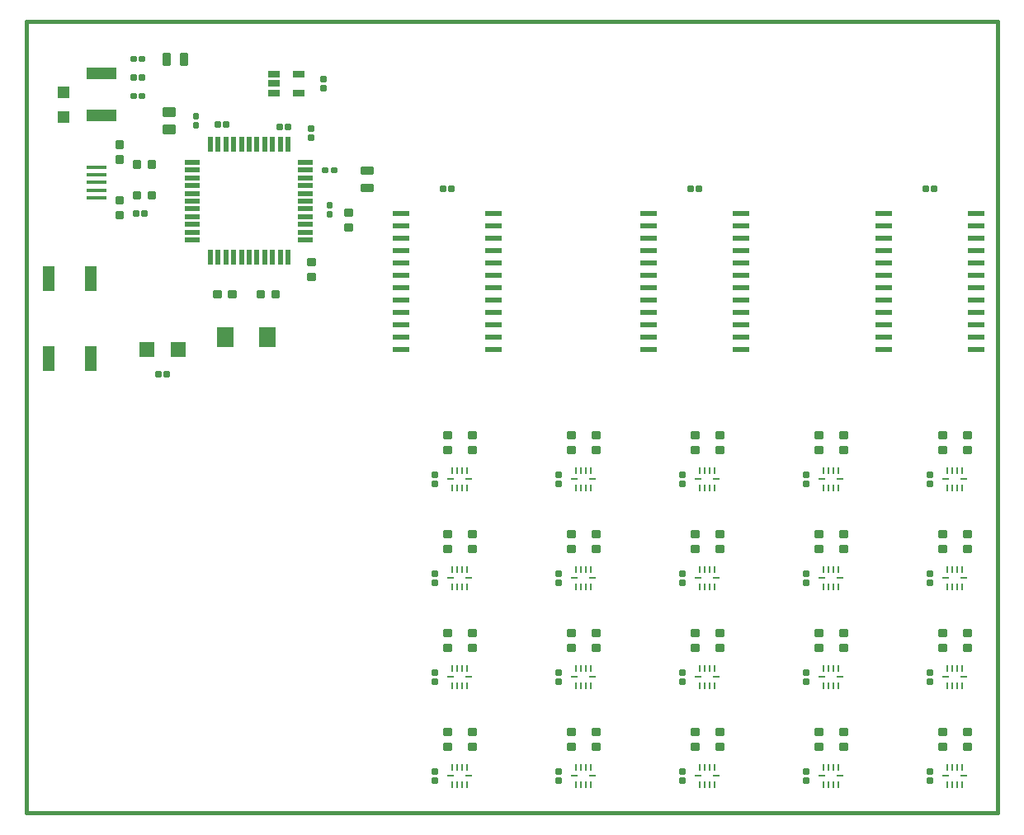
<source format=gtp>
G75*
%MOIN*%
%OFA0B0*%
%FSLAX25Y25*%
%IPPOS*%
%LPD*%
%AMOC8*
5,1,8,0,0,1.08239X$1,22.5*
%
%ADD10C,0.01600*%
%ADD11C,0.01250*%
%ADD12C,0.00875*%
%ADD13R,0.05000X0.05000*%
%ADD14R,0.05906X0.05906*%
%ADD15R,0.12000X0.05000*%
%ADD16R,0.05906X0.01969*%
%ADD17R,0.01969X0.05906*%
%ADD18R,0.04724X0.02717*%
%ADD19C,0.01000*%
%ADD20R,0.05000X0.10000*%
%ADD21R,0.07000X0.08000*%
%ADD22R,0.00984X0.02953*%
%ADD23R,0.02953X0.00984*%
%ADD24R,0.07100X0.02100*%
%ADD25R,0.08000X0.01600*%
D10*
X0030744Y0008834D02*
X0030744Y0328834D01*
X0423244Y0328834D01*
X0423244Y0008834D01*
X0030744Y0008834D01*
D11*
X0195119Y0021459D02*
X0195119Y0022709D01*
X0196369Y0022709D01*
X0196369Y0021459D01*
X0195119Y0021459D01*
X0195119Y0022708D02*
X0196369Y0022708D01*
X0195119Y0024959D02*
X0195119Y0026209D01*
X0196369Y0026209D01*
X0196369Y0024959D01*
X0195119Y0024959D01*
X0195119Y0026208D02*
X0196369Y0026208D01*
X0245119Y0026209D02*
X0245119Y0024959D01*
X0245119Y0026209D02*
X0246369Y0026209D01*
X0246369Y0024959D01*
X0245119Y0024959D01*
X0245119Y0026208D02*
X0246369Y0026208D01*
X0245119Y0022709D02*
X0245119Y0021459D01*
X0245119Y0022709D02*
X0246369Y0022709D01*
X0246369Y0021459D01*
X0245119Y0021459D01*
X0245119Y0022708D02*
X0246369Y0022708D01*
X0295119Y0022709D02*
X0295119Y0021459D01*
X0295119Y0022709D02*
X0296369Y0022709D01*
X0296369Y0021459D01*
X0295119Y0021459D01*
X0295119Y0022708D02*
X0296369Y0022708D01*
X0295119Y0024959D02*
X0295119Y0026209D01*
X0296369Y0026209D01*
X0296369Y0024959D01*
X0295119Y0024959D01*
X0295119Y0026208D02*
X0296369Y0026208D01*
X0345119Y0026209D02*
X0345119Y0024959D01*
X0345119Y0026209D02*
X0346369Y0026209D01*
X0346369Y0024959D01*
X0345119Y0024959D01*
X0345119Y0026208D02*
X0346369Y0026208D01*
X0345119Y0022709D02*
X0345119Y0021459D01*
X0345119Y0022709D02*
X0346369Y0022709D01*
X0346369Y0021459D01*
X0345119Y0021459D01*
X0345119Y0022708D02*
X0346369Y0022708D01*
X0395119Y0022709D02*
X0395119Y0021459D01*
X0395119Y0022709D02*
X0396369Y0022709D01*
X0396369Y0021459D01*
X0395119Y0021459D01*
X0395119Y0022708D02*
X0396369Y0022708D01*
X0395119Y0024959D02*
X0395119Y0026209D01*
X0396369Y0026209D01*
X0396369Y0024959D01*
X0395119Y0024959D01*
X0395119Y0026208D02*
X0396369Y0026208D01*
X0395119Y0061459D02*
X0395119Y0062709D01*
X0396369Y0062709D01*
X0396369Y0061459D01*
X0395119Y0061459D01*
X0395119Y0062708D02*
X0396369Y0062708D01*
X0395119Y0064959D02*
X0395119Y0066209D01*
X0396369Y0066209D01*
X0396369Y0064959D01*
X0395119Y0064959D01*
X0395119Y0066208D02*
X0396369Y0066208D01*
X0395119Y0101459D02*
X0395119Y0102709D01*
X0396369Y0102709D01*
X0396369Y0101459D01*
X0395119Y0101459D01*
X0395119Y0102708D02*
X0396369Y0102708D01*
X0395119Y0104959D02*
X0395119Y0106209D01*
X0396369Y0106209D01*
X0396369Y0104959D01*
X0395119Y0104959D01*
X0395119Y0106208D02*
X0396369Y0106208D01*
X0395119Y0141459D02*
X0395119Y0142709D01*
X0396369Y0142709D01*
X0396369Y0141459D01*
X0395119Y0141459D01*
X0395119Y0142708D02*
X0396369Y0142708D01*
X0395119Y0144959D02*
X0395119Y0146209D01*
X0396369Y0146209D01*
X0396369Y0144959D01*
X0395119Y0144959D01*
X0395119Y0146208D02*
X0396369Y0146208D01*
X0345119Y0146209D02*
X0345119Y0144959D01*
X0345119Y0146209D02*
X0346369Y0146209D01*
X0346369Y0144959D01*
X0345119Y0144959D01*
X0345119Y0146208D02*
X0346369Y0146208D01*
X0345119Y0142709D02*
X0345119Y0141459D01*
X0345119Y0142709D02*
X0346369Y0142709D01*
X0346369Y0141459D01*
X0345119Y0141459D01*
X0345119Y0142708D02*
X0346369Y0142708D01*
X0295119Y0142709D02*
X0295119Y0141459D01*
X0295119Y0142709D02*
X0296369Y0142709D01*
X0296369Y0141459D01*
X0295119Y0141459D01*
X0295119Y0142708D02*
X0296369Y0142708D01*
X0295119Y0144959D02*
X0295119Y0146209D01*
X0296369Y0146209D01*
X0296369Y0144959D01*
X0295119Y0144959D01*
X0295119Y0146208D02*
X0296369Y0146208D01*
X0245119Y0146209D02*
X0245119Y0144959D01*
X0245119Y0146209D02*
X0246369Y0146209D01*
X0246369Y0144959D01*
X0245119Y0144959D01*
X0245119Y0146208D02*
X0246369Y0146208D01*
X0245119Y0142709D02*
X0245119Y0141459D01*
X0245119Y0142709D02*
X0246369Y0142709D01*
X0246369Y0141459D01*
X0245119Y0141459D01*
X0245119Y0142708D02*
X0246369Y0142708D01*
X0195119Y0142709D02*
X0195119Y0141459D01*
X0195119Y0142709D02*
X0196369Y0142709D01*
X0196369Y0141459D01*
X0195119Y0141459D01*
X0195119Y0142708D02*
X0196369Y0142708D01*
X0195119Y0144959D02*
X0195119Y0146209D01*
X0196369Y0146209D01*
X0196369Y0144959D01*
X0195119Y0144959D01*
X0195119Y0146208D02*
X0196369Y0146208D01*
X0195119Y0106209D02*
X0195119Y0104959D01*
X0195119Y0106209D02*
X0196369Y0106209D01*
X0196369Y0104959D01*
X0195119Y0104959D01*
X0195119Y0106208D02*
X0196369Y0106208D01*
X0195119Y0102709D02*
X0195119Y0101459D01*
X0195119Y0102709D02*
X0196369Y0102709D01*
X0196369Y0101459D01*
X0195119Y0101459D01*
X0195119Y0102708D02*
X0196369Y0102708D01*
X0245119Y0102709D02*
X0245119Y0101459D01*
X0245119Y0102709D02*
X0246369Y0102709D01*
X0246369Y0101459D01*
X0245119Y0101459D01*
X0245119Y0102708D02*
X0246369Y0102708D01*
X0245119Y0104959D02*
X0245119Y0106209D01*
X0246369Y0106209D01*
X0246369Y0104959D01*
X0245119Y0104959D01*
X0245119Y0106208D02*
X0246369Y0106208D01*
X0295119Y0106209D02*
X0295119Y0104959D01*
X0295119Y0106209D02*
X0296369Y0106209D01*
X0296369Y0104959D01*
X0295119Y0104959D01*
X0295119Y0106208D02*
X0296369Y0106208D01*
X0295119Y0102709D02*
X0295119Y0101459D01*
X0295119Y0102709D02*
X0296369Y0102709D01*
X0296369Y0101459D01*
X0295119Y0101459D01*
X0295119Y0102708D02*
X0296369Y0102708D01*
X0345119Y0102709D02*
X0345119Y0101459D01*
X0345119Y0102709D02*
X0346369Y0102709D01*
X0346369Y0101459D01*
X0345119Y0101459D01*
X0345119Y0102708D02*
X0346369Y0102708D01*
X0345119Y0104959D02*
X0345119Y0106209D01*
X0346369Y0106209D01*
X0346369Y0104959D01*
X0345119Y0104959D01*
X0345119Y0106208D02*
X0346369Y0106208D01*
X0345119Y0066209D02*
X0345119Y0064959D01*
X0345119Y0066209D02*
X0346369Y0066209D01*
X0346369Y0064959D01*
X0345119Y0064959D01*
X0345119Y0066208D02*
X0346369Y0066208D01*
X0345119Y0062709D02*
X0345119Y0061459D01*
X0345119Y0062709D02*
X0346369Y0062709D01*
X0346369Y0061459D01*
X0345119Y0061459D01*
X0345119Y0062708D02*
X0346369Y0062708D01*
X0295119Y0062709D02*
X0295119Y0061459D01*
X0295119Y0062709D02*
X0296369Y0062709D01*
X0296369Y0061459D01*
X0295119Y0061459D01*
X0295119Y0062708D02*
X0296369Y0062708D01*
X0295119Y0064959D02*
X0295119Y0066209D01*
X0296369Y0066209D01*
X0296369Y0064959D01*
X0295119Y0064959D01*
X0295119Y0066208D02*
X0296369Y0066208D01*
X0245119Y0066209D02*
X0245119Y0064959D01*
X0245119Y0066209D02*
X0246369Y0066209D01*
X0246369Y0064959D01*
X0245119Y0064959D01*
X0245119Y0066208D02*
X0246369Y0066208D01*
X0245119Y0062709D02*
X0245119Y0061459D01*
X0245119Y0062709D02*
X0246369Y0062709D01*
X0246369Y0061459D01*
X0245119Y0061459D01*
X0245119Y0062708D02*
X0246369Y0062708D01*
X0195119Y0062709D02*
X0195119Y0061459D01*
X0195119Y0062709D02*
X0196369Y0062709D01*
X0196369Y0061459D01*
X0195119Y0061459D01*
X0195119Y0062708D02*
X0196369Y0062708D01*
X0195119Y0064959D02*
X0195119Y0066209D01*
X0196369Y0066209D01*
X0196369Y0064959D01*
X0195119Y0064959D01*
X0195119Y0066208D02*
X0196369Y0066208D01*
X0088119Y0185709D02*
X0086869Y0185709D01*
X0086869Y0186959D01*
X0088119Y0186959D01*
X0088119Y0185709D01*
X0088119Y0186958D02*
X0086869Y0186958D01*
X0084619Y0185709D02*
X0083369Y0185709D01*
X0083369Y0186959D01*
X0084619Y0186959D01*
X0084619Y0185709D01*
X0084619Y0186958D02*
X0083369Y0186958D01*
X0153869Y0250459D02*
X0153869Y0251709D01*
X0153869Y0250459D02*
X0152619Y0250459D01*
X0152619Y0251709D01*
X0153869Y0251709D01*
X0153869Y0251708D02*
X0152619Y0251708D01*
X0153869Y0253959D02*
X0153869Y0255209D01*
X0153869Y0253959D02*
X0152619Y0253959D01*
X0152619Y0255209D01*
X0153869Y0255209D01*
X0153869Y0255208D02*
X0152619Y0255208D01*
X0152119Y0268209D02*
X0150869Y0268209D01*
X0150869Y0269459D01*
X0152119Y0269459D01*
X0152119Y0268209D01*
X0152119Y0269458D02*
X0150869Y0269458D01*
X0154369Y0268209D02*
X0155619Y0268209D01*
X0154369Y0268209D02*
X0154369Y0269459D01*
X0155619Y0269459D01*
X0155619Y0268209D01*
X0155619Y0269458D02*
X0154369Y0269458D01*
X0145119Y0281459D02*
X0145119Y0282709D01*
X0146369Y0282709D01*
X0146369Y0281459D01*
X0145119Y0281459D01*
X0145119Y0282708D02*
X0146369Y0282708D01*
X0145119Y0284959D02*
X0145119Y0286209D01*
X0146369Y0286209D01*
X0146369Y0284959D01*
X0145119Y0284959D01*
X0145119Y0286208D02*
X0146369Y0286208D01*
X0137119Y0286959D02*
X0135869Y0286959D01*
X0137119Y0286959D02*
X0137119Y0285709D01*
X0135869Y0285709D01*
X0135869Y0286959D01*
X0135869Y0286958D02*
X0137119Y0286958D01*
X0133619Y0286959D02*
X0132369Y0286959D01*
X0133619Y0286959D02*
X0133619Y0285709D01*
X0132369Y0285709D01*
X0132369Y0286959D01*
X0132369Y0286958D02*
X0133619Y0286958D01*
X0112119Y0287959D02*
X0110869Y0287959D01*
X0112119Y0287959D02*
X0112119Y0286709D01*
X0110869Y0286709D01*
X0110869Y0287959D01*
X0110869Y0287958D02*
X0112119Y0287958D01*
X0108619Y0287959D02*
X0107369Y0287959D01*
X0108619Y0287959D02*
X0108619Y0286709D01*
X0107369Y0286709D01*
X0107369Y0287959D01*
X0107369Y0287958D02*
X0108619Y0287958D01*
X0099869Y0287709D02*
X0099869Y0286459D01*
X0098619Y0286459D01*
X0098619Y0287709D01*
X0099869Y0287709D01*
X0099869Y0287708D02*
X0098619Y0287708D01*
X0099869Y0289959D02*
X0099869Y0291209D01*
X0099869Y0289959D02*
X0098619Y0289959D01*
X0098619Y0291209D01*
X0099869Y0291209D01*
X0099869Y0291208D02*
X0098619Y0291208D01*
X0078119Y0298209D02*
X0076869Y0298209D01*
X0076869Y0299459D01*
X0078119Y0299459D01*
X0078119Y0298209D01*
X0078119Y0299458D02*
X0076869Y0299458D01*
X0074619Y0298209D02*
X0073369Y0298209D01*
X0073369Y0299459D01*
X0074619Y0299459D01*
X0074619Y0298209D01*
X0074619Y0299458D02*
X0073369Y0299458D01*
X0073369Y0306959D02*
X0074619Y0306959D01*
X0074619Y0305709D01*
X0073369Y0305709D01*
X0073369Y0306959D01*
X0073369Y0306958D02*
X0074619Y0306958D01*
X0076869Y0306959D02*
X0078119Y0306959D01*
X0078119Y0305709D01*
X0076869Y0305709D01*
X0076869Y0306959D01*
X0076869Y0306958D02*
X0078119Y0306958D01*
X0078119Y0313209D02*
X0076869Y0313209D01*
X0076869Y0314459D01*
X0078119Y0314459D01*
X0078119Y0313209D01*
X0078119Y0314458D02*
X0076869Y0314458D01*
X0074619Y0313209D02*
X0073369Y0313209D01*
X0073369Y0314459D01*
X0074619Y0314459D01*
X0074619Y0313209D01*
X0074619Y0314458D02*
X0073369Y0314458D01*
X0150119Y0306209D02*
X0150119Y0304959D01*
X0150119Y0306209D02*
X0151369Y0306209D01*
X0151369Y0304959D01*
X0150119Y0304959D01*
X0150119Y0306208D02*
X0151369Y0306208D01*
X0150119Y0302709D02*
X0150119Y0301459D01*
X0150119Y0302709D02*
X0151369Y0302709D01*
X0151369Y0301459D01*
X0150119Y0301459D01*
X0150119Y0302708D02*
X0151369Y0302708D01*
X0198369Y0260709D02*
X0199619Y0260709D01*
X0198369Y0260709D02*
X0198369Y0261959D01*
X0199619Y0261959D01*
X0199619Y0260709D01*
X0199619Y0261958D02*
X0198369Y0261958D01*
X0201869Y0260709D02*
X0203119Y0260709D01*
X0201869Y0260709D02*
X0201869Y0261959D01*
X0203119Y0261959D01*
X0203119Y0260709D01*
X0203119Y0261958D02*
X0201869Y0261958D01*
X0298369Y0260709D02*
X0299619Y0260709D01*
X0298369Y0260709D02*
X0298369Y0261959D01*
X0299619Y0261959D01*
X0299619Y0260709D01*
X0299619Y0261958D02*
X0298369Y0261958D01*
X0301869Y0260709D02*
X0303119Y0260709D01*
X0301869Y0260709D02*
X0301869Y0261959D01*
X0303119Y0261959D01*
X0303119Y0260709D01*
X0303119Y0261958D02*
X0301869Y0261958D01*
X0393369Y0260709D02*
X0394619Y0260709D01*
X0393369Y0260709D02*
X0393369Y0261959D01*
X0394619Y0261959D01*
X0394619Y0260709D01*
X0394619Y0261958D02*
X0393369Y0261958D01*
X0396869Y0260709D02*
X0398119Y0260709D01*
X0396869Y0260709D02*
X0396869Y0261959D01*
X0398119Y0261959D01*
X0398119Y0260709D01*
X0398119Y0261958D02*
X0396869Y0261958D01*
X0079119Y0251959D02*
X0077869Y0251959D01*
X0079119Y0251959D02*
X0079119Y0250709D01*
X0077869Y0250709D01*
X0077869Y0251959D01*
X0077869Y0251958D02*
X0079119Y0251958D01*
X0075619Y0251959D02*
X0074369Y0251959D01*
X0075619Y0251959D02*
X0075619Y0250709D01*
X0074369Y0250709D01*
X0074369Y0251959D01*
X0074369Y0251958D02*
X0075619Y0251958D01*
D12*
X0066931Y0252147D02*
X0066931Y0249521D01*
X0066931Y0252147D02*
X0069557Y0252147D01*
X0069557Y0249521D01*
X0066931Y0249521D01*
X0066931Y0250395D02*
X0069557Y0250395D01*
X0069557Y0251269D02*
X0066931Y0251269D01*
X0066931Y0252143D02*
X0069557Y0252143D01*
X0066931Y0255521D02*
X0066931Y0258147D01*
X0069557Y0258147D01*
X0069557Y0255521D01*
X0066931Y0255521D01*
X0066931Y0256395D02*
X0069557Y0256395D01*
X0069557Y0257269D02*
X0066931Y0257269D01*
X0066931Y0258143D02*
X0069557Y0258143D01*
X0073931Y0257521D02*
X0076557Y0257521D01*
X0073931Y0257521D02*
X0073931Y0260147D01*
X0076557Y0260147D01*
X0076557Y0257521D01*
X0076557Y0258395D02*
X0073931Y0258395D01*
X0073931Y0259269D02*
X0076557Y0259269D01*
X0076557Y0260143D02*
X0073931Y0260143D01*
X0079931Y0257521D02*
X0082557Y0257521D01*
X0079931Y0257521D02*
X0079931Y0260147D01*
X0082557Y0260147D01*
X0082557Y0257521D01*
X0082557Y0258395D02*
X0079931Y0258395D01*
X0079931Y0259269D02*
X0082557Y0259269D01*
X0082557Y0260143D02*
X0079931Y0260143D01*
X0079931Y0270021D02*
X0082557Y0270021D01*
X0079931Y0270021D02*
X0079931Y0272647D01*
X0082557Y0272647D01*
X0082557Y0270021D01*
X0082557Y0270895D02*
X0079931Y0270895D01*
X0079931Y0271769D02*
X0082557Y0271769D01*
X0082557Y0272643D02*
X0079931Y0272643D01*
X0076557Y0270021D02*
X0073931Y0270021D01*
X0073931Y0272647D01*
X0076557Y0272647D01*
X0076557Y0270021D01*
X0076557Y0270895D02*
X0073931Y0270895D01*
X0073931Y0271769D02*
X0076557Y0271769D01*
X0076557Y0272643D02*
X0073931Y0272643D01*
X0069557Y0272021D02*
X0069557Y0274647D01*
X0069557Y0272021D02*
X0066931Y0272021D01*
X0066931Y0274647D01*
X0069557Y0274647D01*
X0069557Y0272895D02*
X0066931Y0272895D01*
X0066931Y0273769D02*
X0069557Y0273769D01*
X0069557Y0274643D02*
X0066931Y0274643D01*
X0069557Y0278021D02*
X0069557Y0280647D01*
X0069557Y0278021D02*
X0066931Y0278021D01*
X0066931Y0280647D01*
X0069557Y0280647D01*
X0069557Y0278895D02*
X0066931Y0278895D01*
X0066931Y0279769D02*
X0069557Y0279769D01*
X0069557Y0280643D02*
X0066931Y0280643D01*
X0085931Y0311771D02*
X0088557Y0311771D01*
X0085931Y0311771D02*
X0085931Y0315897D01*
X0088557Y0315897D01*
X0088557Y0311771D01*
X0088557Y0312645D02*
X0085931Y0312645D01*
X0085931Y0313519D02*
X0088557Y0313519D01*
X0088557Y0314393D02*
X0085931Y0314393D01*
X0085931Y0315267D02*
X0088557Y0315267D01*
X0092931Y0311771D02*
X0095557Y0311771D01*
X0092931Y0311771D02*
X0092931Y0315897D01*
X0095557Y0315897D01*
X0095557Y0311771D01*
X0095557Y0312645D02*
X0092931Y0312645D01*
X0092931Y0313519D02*
X0095557Y0313519D01*
X0095557Y0314393D02*
X0092931Y0314393D01*
X0092931Y0315267D02*
X0095557Y0315267D01*
X0166181Y0270147D02*
X0166181Y0267521D01*
X0166181Y0270147D02*
X0170307Y0270147D01*
X0170307Y0267521D01*
X0166181Y0267521D01*
X0166181Y0268395D02*
X0170307Y0268395D01*
X0170307Y0269269D02*
X0166181Y0269269D01*
X0166181Y0270143D02*
X0170307Y0270143D01*
X0166181Y0263147D02*
X0166181Y0260521D01*
X0166181Y0263147D02*
X0170307Y0263147D01*
X0170307Y0260521D01*
X0166181Y0260521D01*
X0166181Y0261395D02*
X0170307Y0261395D01*
X0170307Y0262269D02*
X0166181Y0262269D01*
X0166181Y0263143D02*
X0170307Y0263143D01*
X0162057Y0253147D02*
X0162057Y0250521D01*
X0159431Y0250521D01*
X0159431Y0253147D01*
X0162057Y0253147D01*
X0162057Y0251395D02*
X0159431Y0251395D01*
X0159431Y0252269D02*
X0162057Y0252269D01*
X0162057Y0253143D02*
X0159431Y0253143D01*
X0162057Y0247147D02*
X0162057Y0244521D01*
X0159431Y0244521D01*
X0159431Y0247147D01*
X0162057Y0247147D01*
X0162057Y0245395D02*
X0159431Y0245395D01*
X0159431Y0246269D02*
X0162057Y0246269D01*
X0162057Y0247143D02*
X0159431Y0247143D01*
X0147057Y0233147D02*
X0147057Y0230521D01*
X0144431Y0230521D01*
X0144431Y0233147D01*
X0147057Y0233147D01*
X0147057Y0231395D02*
X0144431Y0231395D01*
X0144431Y0232269D02*
X0147057Y0232269D01*
X0147057Y0233143D02*
X0144431Y0233143D01*
X0147057Y0227147D02*
X0147057Y0224521D01*
X0144431Y0224521D01*
X0144431Y0227147D01*
X0147057Y0227147D01*
X0147057Y0225395D02*
X0144431Y0225395D01*
X0144431Y0226269D02*
X0147057Y0226269D01*
X0147057Y0227143D02*
X0144431Y0227143D01*
X0132557Y0220147D02*
X0129931Y0220147D01*
X0132557Y0220147D02*
X0132557Y0217521D01*
X0129931Y0217521D01*
X0129931Y0220147D01*
X0129931Y0218395D02*
X0132557Y0218395D01*
X0132557Y0219269D02*
X0129931Y0219269D01*
X0129931Y0220143D02*
X0132557Y0220143D01*
X0126557Y0220147D02*
X0123931Y0220147D01*
X0126557Y0220147D02*
X0126557Y0217521D01*
X0123931Y0217521D01*
X0123931Y0220147D01*
X0123931Y0218395D02*
X0126557Y0218395D01*
X0126557Y0219269D02*
X0123931Y0219269D01*
X0123931Y0220143D02*
X0126557Y0220143D01*
X0115057Y0217521D02*
X0112431Y0217521D01*
X0112431Y0220147D01*
X0115057Y0220147D01*
X0115057Y0217521D01*
X0115057Y0218395D02*
X0112431Y0218395D01*
X0112431Y0219269D02*
X0115057Y0219269D01*
X0115057Y0220143D02*
X0112431Y0220143D01*
X0109057Y0217521D02*
X0106431Y0217521D01*
X0106431Y0220147D01*
X0109057Y0220147D01*
X0109057Y0217521D01*
X0109057Y0218395D02*
X0106431Y0218395D01*
X0106431Y0219269D02*
X0109057Y0219269D01*
X0109057Y0220143D02*
X0106431Y0220143D01*
X0199431Y0163147D02*
X0199431Y0160521D01*
X0199431Y0163147D02*
X0202057Y0163147D01*
X0202057Y0160521D01*
X0199431Y0160521D01*
X0199431Y0161395D02*
X0202057Y0161395D01*
X0202057Y0162269D02*
X0199431Y0162269D01*
X0199431Y0163143D02*
X0202057Y0163143D01*
X0199431Y0157147D02*
X0199431Y0154521D01*
X0199431Y0157147D02*
X0202057Y0157147D01*
X0202057Y0154521D01*
X0199431Y0154521D01*
X0199431Y0155395D02*
X0202057Y0155395D01*
X0202057Y0156269D02*
X0199431Y0156269D01*
X0199431Y0157143D02*
X0202057Y0157143D01*
X0209431Y0157147D02*
X0209431Y0154521D01*
X0209431Y0157147D02*
X0212057Y0157147D01*
X0212057Y0154521D01*
X0209431Y0154521D01*
X0209431Y0155395D02*
X0212057Y0155395D01*
X0212057Y0156269D02*
X0209431Y0156269D01*
X0209431Y0157143D02*
X0212057Y0157143D01*
X0209431Y0160521D02*
X0209431Y0163147D01*
X0212057Y0163147D01*
X0212057Y0160521D01*
X0209431Y0160521D01*
X0209431Y0161395D02*
X0212057Y0161395D01*
X0212057Y0162269D02*
X0209431Y0162269D01*
X0209431Y0163143D02*
X0212057Y0163143D01*
X0249431Y0163147D02*
X0249431Y0160521D01*
X0249431Y0163147D02*
X0252057Y0163147D01*
X0252057Y0160521D01*
X0249431Y0160521D01*
X0249431Y0161395D02*
X0252057Y0161395D01*
X0252057Y0162269D02*
X0249431Y0162269D01*
X0249431Y0163143D02*
X0252057Y0163143D01*
X0249431Y0157147D02*
X0249431Y0154521D01*
X0249431Y0157147D02*
X0252057Y0157147D01*
X0252057Y0154521D01*
X0249431Y0154521D01*
X0249431Y0155395D02*
X0252057Y0155395D01*
X0252057Y0156269D02*
X0249431Y0156269D01*
X0249431Y0157143D02*
X0252057Y0157143D01*
X0259431Y0157147D02*
X0259431Y0154521D01*
X0259431Y0157147D02*
X0262057Y0157147D01*
X0262057Y0154521D01*
X0259431Y0154521D01*
X0259431Y0155395D02*
X0262057Y0155395D01*
X0262057Y0156269D02*
X0259431Y0156269D01*
X0259431Y0157143D02*
X0262057Y0157143D01*
X0259431Y0160521D02*
X0259431Y0163147D01*
X0262057Y0163147D01*
X0262057Y0160521D01*
X0259431Y0160521D01*
X0259431Y0161395D02*
X0262057Y0161395D01*
X0262057Y0162269D02*
X0259431Y0162269D01*
X0259431Y0163143D02*
X0262057Y0163143D01*
X0299431Y0163147D02*
X0299431Y0160521D01*
X0299431Y0163147D02*
X0302057Y0163147D01*
X0302057Y0160521D01*
X0299431Y0160521D01*
X0299431Y0161395D02*
X0302057Y0161395D01*
X0302057Y0162269D02*
X0299431Y0162269D01*
X0299431Y0163143D02*
X0302057Y0163143D01*
X0299431Y0157147D02*
X0299431Y0154521D01*
X0299431Y0157147D02*
X0302057Y0157147D01*
X0302057Y0154521D01*
X0299431Y0154521D01*
X0299431Y0155395D02*
X0302057Y0155395D01*
X0302057Y0156269D02*
X0299431Y0156269D01*
X0299431Y0157143D02*
X0302057Y0157143D01*
X0309431Y0157147D02*
X0309431Y0154521D01*
X0309431Y0157147D02*
X0312057Y0157147D01*
X0312057Y0154521D01*
X0309431Y0154521D01*
X0309431Y0155395D02*
X0312057Y0155395D01*
X0312057Y0156269D02*
X0309431Y0156269D01*
X0309431Y0157143D02*
X0312057Y0157143D01*
X0309431Y0160521D02*
X0309431Y0163147D01*
X0312057Y0163147D01*
X0312057Y0160521D01*
X0309431Y0160521D01*
X0309431Y0161395D02*
X0312057Y0161395D01*
X0312057Y0162269D02*
X0309431Y0162269D01*
X0309431Y0163143D02*
X0312057Y0163143D01*
X0349431Y0163147D02*
X0349431Y0160521D01*
X0349431Y0163147D02*
X0352057Y0163147D01*
X0352057Y0160521D01*
X0349431Y0160521D01*
X0349431Y0161395D02*
X0352057Y0161395D01*
X0352057Y0162269D02*
X0349431Y0162269D01*
X0349431Y0163143D02*
X0352057Y0163143D01*
X0349431Y0157147D02*
X0349431Y0154521D01*
X0349431Y0157147D02*
X0352057Y0157147D01*
X0352057Y0154521D01*
X0349431Y0154521D01*
X0349431Y0155395D02*
X0352057Y0155395D01*
X0352057Y0156269D02*
X0349431Y0156269D01*
X0349431Y0157143D02*
X0352057Y0157143D01*
X0359431Y0157147D02*
X0359431Y0154521D01*
X0359431Y0157147D02*
X0362057Y0157147D01*
X0362057Y0154521D01*
X0359431Y0154521D01*
X0359431Y0155395D02*
X0362057Y0155395D01*
X0362057Y0156269D02*
X0359431Y0156269D01*
X0359431Y0157143D02*
X0362057Y0157143D01*
X0359431Y0160521D02*
X0359431Y0163147D01*
X0362057Y0163147D01*
X0362057Y0160521D01*
X0359431Y0160521D01*
X0359431Y0161395D02*
X0362057Y0161395D01*
X0362057Y0162269D02*
X0359431Y0162269D01*
X0359431Y0163143D02*
X0362057Y0163143D01*
X0399431Y0163147D02*
X0399431Y0160521D01*
X0399431Y0163147D02*
X0402057Y0163147D01*
X0402057Y0160521D01*
X0399431Y0160521D01*
X0399431Y0161395D02*
X0402057Y0161395D01*
X0402057Y0162269D02*
X0399431Y0162269D01*
X0399431Y0163143D02*
X0402057Y0163143D01*
X0399431Y0157147D02*
X0399431Y0154521D01*
X0399431Y0157147D02*
X0402057Y0157147D01*
X0402057Y0154521D01*
X0399431Y0154521D01*
X0399431Y0155395D02*
X0402057Y0155395D01*
X0402057Y0156269D02*
X0399431Y0156269D01*
X0399431Y0157143D02*
X0402057Y0157143D01*
X0409431Y0157147D02*
X0409431Y0154521D01*
X0409431Y0157147D02*
X0412057Y0157147D01*
X0412057Y0154521D01*
X0409431Y0154521D01*
X0409431Y0155395D02*
X0412057Y0155395D01*
X0412057Y0156269D02*
X0409431Y0156269D01*
X0409431Y0157143D02*
X0412057Y0157143D01*
X0409431Y0160521D02*
X0409431Y0163147D01*
X0412057Y0163147D01*
X0412057Y0160521D01*
X0409431Y0160521D01*
X0409431Y0161395D02*
X0412057Y0161395D01*
X0412057Y0162269D02*
X0409431Y0162269D01*
X0409431Y0163143D02*
X0412057Y0163143D01*
X0409431Y0123147D02*
X0409431Y0120521D01*
X0409431Y0123147D02*
X0412057Y0123147D01*
X0412057Y0120521D01*
X0409431Y0120521D01*
X0409431Y0121395D02*
X0412057Y0121395D01*
X0412057Y0122269D02*
X0409431Y0122269D01*
X0409431Y0123143D02*
X0412057Y0123143D01*
X0409431Y0117147D02*
X0409431Y0114521D01*
X0409431Y0117147D02*
X0412057Y0117147D01*
X0412057Y0114521D01*
X0409431Y0114521D01*
X0409431Y0115395D02*
X0412057Y0115395D01*
X0412057Y0116269D02*
X0409431Y0116269D01*
X0409431Y0117143D02*
X0412057Y0117143D01*
X0399431Y0117147D02*
X0399431Y0114521D01*
X0399431Y0117147D02*
X0402057Y0117147D01*
X0402057Y0114521D01*
X0399431Y0114521D01*
X0399431Y0115395D02*
X0402057Y0115395D01*
X0402057Y0116269D02*
X0399431Y0116269D01*
X0399431Y0117143D02*
X0402057Y0117143D01*
X0399431Y0120521D02*
X0399431Y0123147D01*
X0402057Y0123147D01*
X0402057Y0120521D01*
X0399431Y0120521D01*
X0399431Y0121395D02*
X0402057Y0121395D01*
X0402057Y0122269D02*
X0399431Y0122269D01*
X0399431Y0123143D02*
X0402057Y0123143D01*
X0359431Y0123147D02*
X0359431Y0120521D01*
X0359431Y0123147D02*
X0362057Y0123147D01*
X0362057Y0120521D01*
X0359431Y0120521D01*
X0359431Y0121395D02*
X0362057Y0121395D01*
X0362057Y0122269D02*
X0359431Y0122269D01*
X0359431Y0123143D02*
X0362057Y0123143D01*
X0359431Y0117147D02*
X0359431Y0114521D01*
X0359431Y0117147D02*
X0362057Y0117147D01*
X0362057Y0114521D01*
X0359431Y0114521D01*
X0359431Y0115395D02*
X0362057Y0115395D01*
X0362057Y0116269D02*
X0359431Y0116269D01*
X0359431Y0117143D02*
X0362057Y0117143D01*
X0349431Y0117147D02*
X0349431Y0114521D01*
X0349431Y0117147D02*
X0352057Y0117147D01*
X0352057Y0114521D01*
X0349431Y0114521D01*
X0349431Y0115395D02*
X0352057Y0115395D01*
X0352057Y0116269D02*
X0349431Y0116269D01*
X0349431Y0117143D02*
X0352057Y0117143D01*
X0349431Y0120521D02*
X0349431Y0123147D01*
X0352057Y0123147D01*
X0352057Y0120521D01*
X0349431Y0120521D01*
X0349431Y0121395D02*
X0352057Y0121395D01*
X0352057Y0122269D02*
X0349431Y0122269D01*
X0349431Y0123143D02*
X0352057Y0123143D01*
X0309431Y0123147D02*
X0309431Y0120521D01*
X0309431Y0123147D02*
X0312057Y0123147D01*
X0312057Y0120521D01*
X0309431Y0120521D01*
X0309431Y0121395D02*
X0312057Y0121395D01*
X0312057Y0122269D02*
X0309431Y0122269D01*
X0309431Y0123143D02*
X0312057Y0123143D01*
X0309431Y0117147D02*
X0309431Y0114521D01*
X0309431Y0117147D02*
X0312057Y0117147D01*
X0312057Y0114521D01*
X0309431Y0114521D01*
X0309431Y0115395D02*
X0312057Y0115395D01*
X0312057Y0116269D02*
X0309431Y0116269D01*
X0309431Y0117143D02*
X0312057Y0117143D01*
X0299431Y0117147D02*
X0299431Y0114521D01*
X0299431Y0117147D02*
X0302057Y0117147D01*
X0302057Y0114521D01*
X0299431Y0114521D01*
X0299431Y0115395D02*
X0302057Y0115395D01*
X0302057Y0116269D02*
X0299431Y0116269D01*
X0299431Y0117143D02*
X0302057Y0117143D01*
X0299431Y0120521D02*
X0299431Y0123147D01*
X0302057Y0123147D01*
X0302057Y0120521D01*
X0299431Y0120521D01*
X0299431Y0121395D02*
X0302057Y0121395D01*
X0302057Y0122269D02*
X0299431Y0122269D01*
X0299431Y0123143D02*
X0302057Y0123143D01*
X0259431Y0123147D02*
X0259431Y0120521D01*
X0259431Y0123147D02*
X0262057Y0123147D01*
X0262057Y0120521D01*
X0259431Y0120521D01*
X0259431Y0121395D02*
X0262057Y0121395D01*
X0262057Y0122269D02*
X0259431Y0122269D01*
X0259431Y0123143D02*
X0262057Y0123143D01*
X0259431Y0117147D02*
X0259431Y0114521D01*
X0259431Y0117147D02*
X0262057Y0117147D01*
X0262057Y0114521D01*
X0259431Y0114521D01*
X0259431Y0115395D02*
X0262057Y0115395D01*
X0262057Y0116269D02*
X0259431Y0116269D01*
X0259431Y0117143D02*
X0262057Y0117143D01*
X0249431Y0117147D02*
X0249431Y0114521D01*
X0249431Y0117147D02*
X0252057Y0117147D01*
X0252057Y0114521D01*
X0249431Y0114521D01*
X0249431Y0115395D02*
X0252057Y0115395D01*
X0252057Y0116269D02*
X0249431Y0116269D01*
X0249431Y0117143D02*
X0252057Y0117143D01*
X0249431Y0120521D02*
X0249431Y0123147D01*
X0252057Y0123147D01*
X0252057Y0120521D01*
X0249431Y0120521D01*
X0249431Y0121395D02*
X0252057Y0121395D01*
X0252057Y0122269D02*
X0249431Y0122269D01*
X0249431Y0123143D02*
X0252057Y0123143D01*
X0209431Y0123147D02*
X0209431Y0120521D01*
X0209431Y0123147D02*
X0212057Y0123147D01*
X0212057Y0120521D01*
X0209431Y0120521D01*
X0209431Y0121395D02*
X0212057Y0121395D01*
X0212057Y0122269D02*
X0209431Y0122269D01*
X0209431Y0123143D02*
X0212057Y0123143D01*
X0209431Y0117147D02*
X0209431Y0114521D01*
X0209431Y0117147D02*
X0212057Y0117147D01*
X0212057Y0114521D01*
X0209431Y0114521D01*
X0209431Y0115395D02*
X0212057Y0115395D01*
X0212057Y0116269D02*
X0209431Y0116269D01*
X0209431Y0117143D02*
X0212057Y0117143D01*
X0199431Y0117147D02*
X0199431Y0114521D01*
X0199431Y0117147D02*
X0202057Y0117147D01*
X0202057Y0114521D01*
X0199431Y0114521D01*
X0199431Y0115395D02*
X0202057Y0115395D01*
X0202057Y0116269D02*
X0199431Y0116269D01*
X0199431Y0117143D02*
X0202057Y0117143D01*
X0199431Y0120521D02*
X0199431Y0123147D01*
X0202057Y0123147D01*
X0202057Y0120521D01*
X0199431Y0120521D01*
X0199431Y0121395D02*
X0202057Y0121395D01*
X0202057Y0122269D02*
X0199431Y0122269D01*
X0199431Y0123143D02*
X0202057Y0123143D01*
X0199431Y0083147D02*
X0199431Y0080521D01*
X0199431Y0083147D02*
X0202057Y0083147D01*
X0202057Y0080521D01*
X0199431Y0080521D01*
X0199431Y0081395D02*
X0202057Y0081395D01*
X0202057Y0082269D02*
X0199431Y0082269D01*
X0199431Y0083143D02*
X0202057Y0083143D01*
X0209431Y0083147D02*
X0209431Y0080521D01*
X0209431Y0083147D02*
X0212057Y0083147D01*
X0212057Y0080521D01*
X0209431Y0080521D01*
X0209431Y0081395D02*
X0212057Y0081395D01*
X0212057Y0082269D02*
X0209431Y0082269D01*
X0209431Y0083143D02*
X0212057Y0083143D01*
X0209431Y0077147D02*
X0209431Y0074521D01*
X0209431Y0077147D02*
X0212057Y0077147D01*
X0212057Y0074521D01*
X0209431Y0074521D01*
X0209431Y0075395D02*
X0212057Y0075395D01*
X0212057Y0076269D02*
X0209431Y0076269D01*
X0209431Y0077143D02*
X0212057Y0077143D01*
X0199431Y0077147D02*
X0199431Y0074521D01*
X0199431Y0077147D02*
X0202057Y0077147D01*
X0202057Y0074521D01*
X0199431Y0074521D01*
X0199431Y0075395D02*
X0202057Y0075395D01*
X0202057Y0076269D02*
X0199431Y0076269D01*
X0199431Y0077143D02*
X0202057Y0077143D01*
X0249431Y0077147D02*
X0249431Y0074521D01*
X0249431Y0077147D02*
X0252057Y0077147D01*
X0252057Y0074521D01*
X0249431Y0074521D01*
X0249431Y0075395D02*
X0252057Y0075395D01*
X0252057Y0076269D02*
X0249431Y0076269D01*
X0249431Y0077143D02*
X0252057Y0077143D01*
X0249431Y0080521D02*
X0249431Y0083147D01*
X0252057Y0083147D01*
X0252057Y0080521D01*
X0249431Y0080521D01*
X0249431Y0081395D02*
X0252057Y0081395D01*
X0252057Y0082269D02*
X0249431Y0082269D01*
X0249431Y0083143D02*
X0252057Y0083143D01*
X0259431Y0083147D02*
X0259431Y0080521D01*
X0259431Y0083147D02*
X0262057Y0083147D01*
X0262057Y0080521D01*
X0259431Y0080521D01*
X0259431Y0081395D02*
X0262057Y0081395D01*
X0262057Y0082269D02*
X0259431Y0082269D01*
X0259431Y0083143D02*
X0262057Y0083143D01*
X0259431Y0077147D02*
X0259431Y0074521D01*
X0259431Y0077147D02*
X0262057Y0077147D01*
X0262057Y0074521D01*
X0259431Y0074521D01*
X0259431Y0075395D02*
X0262057Y0075395D01*
X0262057Y0076269D02*
X0259431Y0076269D01*
X0259431Y0077143D02*
X0262057Y0077143D01*
X0299431Y0077147D02*
X0299431Y0074521D01*
X0299431Y0077147D02*
X0302057Y0077147D01*
X0302057Y0074521D01*
X0299431Y0074521D01*
X0299431Y0075395D02*
X0302057Y0075395D01*
X0302057Y0076269D02*
X0299431Y0076269D01*
X0299431Y0077143D02*
X0302057Y0077143D01*
X0299431Y0080521D02*
X0299431Y0083147D01*
X0302057Y0083147D01*
X0302057Y0080521D01*
X0299431Y0080521D01*
X0299431Y0081395D02*
X0302057Y0081395D01*
X0302057Y0082269D02*
X0299431Y0082269D01*
X0299431Y0083143D02*
X0302057Y0083143D01*
X0309431Y0083147D02*
X0309431Y0080521D01*
X0309431Y0083147D02*
X0312057Y0083147D01*
X0312057Y0080521D01*
X0309431Y0080521D01*
X0309431Y0081395D02*
X0312057Y0081395D01*
X0312057Y0082269D02*
X0309431Y0082269D01*
X0309431Y0083143D02*
X0312057Y0083143D01*
X0309431Y0077147D02*
X0309431Y0074521D01*
X0309431Y0077147D02*
X0312057Y0077147D01*
X0312057Y0074521D01*
X0309431Y0074521D01*
X0309431Y0075395D02*
X0312057Y0075395D01*
X0312057Y0076269D02*
X0309431Y0076269D01*
X0309431Y0077143D02*
X0312057Y0077143D01*
X0349431Y0077147D02*
X0349431Y0074521D01*
X0349431Y0077147D02*
X0352057Y0077147D01*
X0352057Y0074521D01*
X0349431Y0074521D01*
X0349431Y0075395D02*
X0352057Y0075395D01*
X0352057Y0076269D02*
X0349431Y0076269D01*
X0349431Y0077143D02*
X0352057Y0077143D01*
X0349431Y0080521D02*
X0349431Y0083147D01*
X0352057Y0083147D01*
X0352057Y0080521D01*
X0349431Y0080521D01*
X0349431Y0081395D02*
X0352057Y0081395D01*
X0352057Y0082269D02*
X0349431Y0082269D01*
X0349431Y0083143D02*
X0352057Y0083143D01*
X0359431Y0083147D02*
X0359431Y0080521D01*
X0359431Y0083147D02*
X0362057Y0083147D01*
X0362057Y0080521D01*
X0359431Y0080521D01*
X0359431Y0081395D02*
X0362057Y0081395D01*
X0362057Y0082269D02*
X0359431Y0082269D01*
X0359431Y0083143D02*
X0362057Y0083143D01*
X0359431Y0077147D02*
X0359431Y0074521D01*
X0359431Y0077147D02*
X0362057Y0077147D01*
X0362057Y0074521D01*
X0359431Y0074521D01*
X0359431Y0075395D02*
X0362057Y0075395D01*
X0362057Y0076269D02*
X0359431Y0076269D01*
X0359431Y0077143D02*
X0362057Y0077143D01*
X0399431Y0077147D02*
X0399431Y0074521D01*
X0399431Y0077147D02*
X0402057Y0077147D01*
X0402057Y0074521D01*
X0399431Y0074521D01*
X0399431Y0075395D02*
X0402057Y0075395D01*
X0402057Y0076269D02*
X0399431Y0076269D01*
X0399431Y0077143D02*
X0402057Y0077143D01*
X0399431Y0080521D02*
X0399431Y0083147D01*
X0402057Y0083147D01*
X0402057Y0080521D01*
X0399431Y0080521D01*
X0399431Y0081395D02*
X0402057Y0081395D01*
X0402057Y0082269D02*
X0399431Y0082269D01*
X0399431Y0083143D02*
X0402057Y0083143D01*
X0409431Y0083147D02*
X0409431Y0080521D01*
X0409431Y0083147D02*
X0412057Y0083147D01*
X0412057Y0080521D01*
X0409431Y0080521D01*
X0409431Y0081395D02*
X0412057Y0081395D01*
X0412057Y0082269D02*
X0409431Y0082269D01*
X0409431Y0083143D02*
X0412057Y0083143D01*
X0409431Y0077147D02*
X0409431Y0074521D01*
X0409431Y0077147D02*
X0412057Y0077147D01*
X0412057Y0074521D01*
X0409431Y0074521D01*
X0409431Y0075395D02*
X0412057Y0075395D01*
X0412057Y0076269D02*
X0409431Y0076269D01*
X0409431Y0077143D02*
X0412057Y0077143D01*
X0409431Y0043147D02*
X0409431Y0040521D01*
X0409431Y0043147D02*
X0412057Y0043147D01*
X0412057Y0040521D01*
X0409431Y0040521D01*
X0409431Y0041395D02*
X0412057Y0041395D01*
X0412057Y0042269D02*
X0409431Y0042269D01*
X0409431Y0043143D02*
X0412057Y0043143D01*
X0399431Y0043147D02*
X0399431Y0040521D01*
X0399431Y0043147D02*
X0402057Y0043147D01*
X0402057Y0040521D01*
X0399431Y0040521D01*
X0399431Y0041395D02*
X0402057Y0041395D01*
X0402057Y0042269D02*
X0399431Y0042269D01*
X0399431Y0043143D02*
X0402057Y0043143D01*
X0399431Y0037147D02*
X0399431Y0034521D01*
X0399431Y0037147D02*
X0402057Y0037147D01*
X0402057Y0034521D01*
X0399431Y0034521D01*
X0399431Y0035395D02*
X0402057Y0035395D01*
X0402057Y0036269D02*
X0399431Y0036269D01*
X0399431Y0037143D02*
X0402057Y0037143D01*
X0409431Y0037147D02*
X0409431Y0034521D01*
X0409431Y0037147D02*
X0412057Y0037147D01*
X0412057Y0034521D01*
X0409431Y0034521D01*
X0409431Y0035395D02*
X0412057Y0035395D01*
X0412057Y0036269D02*
X0409431Y0036269D01*
X0409431Y0037143D02*
X0412057Y0037143D01*
X0359431Y0037147D02*
X0359431Y0034521D01*
X0359431Y0037147D02*
X0362057Y0037147D01*
X0362057Y0034521D01*
X0359431Y0034521D01*
X0359431Y0035395D02*
X0362057Y0035395D01*
X0362057Y0036269D02*
X0359431Y0036269D01*
X0359431Y0037143D02*
X0362057Y0037143D01*
X0359431Y0040521D02*
X0359431Y0043147D01*
X0362057Y0043147D01*
X0362057Y0040521D01*
X0359431Y0040521D01*
X0359431Y0041395D02*
X0362057Y0041395D01*
X0362057Y0042269D02*
X0359431Y0042269D01*
X0359431Y0043143D02*
X0362057Y0043143D01*
X0349431Y0043147D02*
X0349431Y0040521D01*
X0349431Y0043147D02*
X0352057Y0043147D01*
X0352057Y0040521D01*
X0349431Y0040521D01*
X0349431Y0041395D02*
X0352057Y0041395D01*
X0352057Y0042269D02*
X0349431Y0042269D01*
X0349431Y0043143D02*
X0352057Y0043143D01*
X0349431Y0037147D02*
X0349431Y0034521D01*
X0349431Y0037147D02*
X0352057Y0037147D01*
X0352057Y0034521D01*
X0349431Y0034521D01*
X0349431Y0035395D02*
X0352057Y0035395D01*
X0352057Y0036269D02*
X0349431Y0036269D01*
X0349431Y0037143D02*
X0352057Y0037143D01*
X0309431Y0037147D02*
X0309431Y0034521D01*
X0309431Y0037147D02*
X0312057Y0037147D01*
X0312057Y0034521D01*
X0309431Y0034521D01*
X0309431Y0035395D02*
X0312057Y0035395D01*
X0312057Y0036269D02*
X0309431Y0036269D01*
X0309431Y0037143D02*
X0312057Y0037143D01*
X0309431Y0040521D02*
X0309431Y0043147D01*
X0312057Y0043147D01*
X0312057Y0040521D01*
X0309431Y0040521D01*
X0309431Y0041395D02*
X0312057Y0041395D01*
X0312057Y0042269D02*
X0309431Y0042269D01*
X0309431Y0043143D02*
X0312057Y0043143D01*
X0299431Y0043147D02*
X0299431Y0040521D01*
X0299431Y0043147D02*
X0302057Y0043147D01*
X0302057Y0040521D01*
X0299431Y0040521D01*
X0299431Y0041395D02*
X0302057Y0041395D01*
X0302057Y0042269D02*
X0299431Y0042269D01*
X0299431Y0043143D02*
X0302057Y0043143D01*
X0299431Y0037147D02*
X0299431Y0034521D01*
X0299431Y0037147D02*
X0302057Y0037147D01*
X0302057Y0034521D01*
X0299431Y0034521D01*
X0299431Y0035395D02*
X0302057Y0035395D01*
X0302057Y0036269D02*
X0299431Y0036269D01*
X0299431Y0037143D02*
X0302057Y0037143D01*
X0259431Y0037147D02*
X0259431Y0034521D01*
X0259431Y0037147D02*
X0262057Y0037147D01*
X0262057Y0034521D01*
X0259431Y0034521D01*
X0259431Y0035395D02*
X0262057Y0035395D01*
X0262057Y0036269D02*
X0259431Y0036269D01*
X0259431Y0037143D02*
X0262057Y0037143D01*
X0259431Y0040521D02*
X0259431Y0043147D01*
X0262057Y0043147D01*
X0262057Y0040521D01*
X0259431Y0040521D01*
X0259431Y0041395D02*
X0262057Y0041395D01*
X0262057Y0042269D02*
X0259431Y0042269D01*
X0259431Y0043143D02*
X0262057Y0043143D01*
X0249431Y0043147D02*
X0249431Y0040521D01*
X0249431Y0043147D02*
X0252057Y0043147D01*
X0252057Y0040521D01*
X0249431Y0040521D01*
X0249431Y0041395D02*
X0252057Y0041395D01*
X0252057Y0042269D02*
X0249431Y0042269D01*
X0249431Y0043143D02*
X0252057Y0043143D01*
X0249431Y0037147D02*
X0249431Y0034521D01*
X0249431Y0037147D02*
X0252057Y0037147D01*
X0252057Y0034521D01*
X0249431Y0034521D01*
X0249431Y0035395D02*
X0252057Y0035395D01*
X0252057Y0036269D02*
X0249431Y0036269D01*
X0249431Y0037143D02*
X0252057Y0037143D01*
X0209431Y0037147D02*
X0209431Y0034521D01*
X0209431Y0037147D02*
X0212057Y0037147D01*
X0212057Y0034521D01*
X0209431Y0034521D01*
X0209431Y0035395D02*
X0212057Y0035395D01*
X0212057Y0036269D02*
X0209431Y0036269D01*
X0209431Y0037143D02*
X0212057Y0037143D01*
X0209431Y0040521D02*
X0209431Y0043147D01*
X0212057Y0043147D01*
X0212057Y0040521D01*
X0209431Y0040521D01*
X0209431Y0041395D02*
X0212057Y0041395D01*
X0212057Y0042269D02*
X0209431Y0042269D01*
X0209431Y0043143D02*
X0212057Y0043143D01*
X0199431Y0043147D02*
X0199431Y0040521D01*
X0199431Y0043147D02*
X0202057Y0043147D01*
X0202057Y0040521D01*
X0199431Y0040521D01*
X0199431Y0041395D02*
X0202057Y0041395D01*
X0202057Y0042269D02*
X0199431Y0042269D01*
X0199431Y0043143D02*
X0202057Y0043143D01*
X0199431Y0037147D02*
X0199431Y0034521D01*
X0199431Y0037147D02*
X0202057Y0037147D01*
X0202057Y0034521D01*
X0199431Y0034521D01*
X0199431Y0035395D02*
X0202057Y0035395D01*
X0202057Y0036269D02*
X0199431Y0036269D01*
X0199431Y0037143D02*
X0202057Y0037143D01*
D13*
X0045744Y0290334D03*
X0045744Y0300334D03*
D14*
X0079445Y0196334D03*
X0092043Y0196334D03*
D15*
X0061244Y0290834D03*
X0061244Y0307834D03*
D16*
X0097909Y0272082D03*
X0097909Y0268933D03*
X0097909Y0265783D03*
X0097909Y0262634D03*
X0097909Y0259484D03*
X0097909Y0256334D03*
X0097909Y0253185D03*
X0097909Y0250035D03*
X0097909Y0246886D03*
X0097909Y0243736D03*
X0097909Y0240586D03*
X0143579Y0240586D03*
X0143579Y0243736D03*
X0143579Y0246886D03*
X0143579Y0250035D03*
X0143579Y0253185D03*
X0143579Y0256334D03*
X0143579Y0259484D03*
X0143579Y0262634D03*
X0143579Y0265783D03*
X0143579Y0268933D03*
X0143579Y0272082D03*
D17*
X0136492Y0279169D03*
X0133342Y0279169D03*
X0130193Y0279169D03*
X0127043Y0279169D03*
X0123894Y0279169D03*
X0120744Y0279169D03*
X0117594Y0279169D03*
X0114445Y0279169D03*
X0111295Y0279169D03*
X0108146Y0279169D03*
X0104996Y0279169D03*
X0104996Y0233500D03*
X0108146Y0233500D03*
X0111295Y0233500D03*
X0114445Y0233500D03*
X0117594Y0233500D03*
X0120744Y0233500D03*
X0123894Y0233500D03*
X0127043Y0233500D03*
X0130193Y0233500D03*
X0133342Y0233500D03*
X0136492Y0233500D03*
D18*
X0140862Y0300094D03*
X0130625Y0300094D03*
X0130625Y0303834D03*
X0130625Y0307575D03*
X0140862Y0307575D03*
D19*
X0090494Y0293834D02*
X0090494Y0290834D01*
X0085994Y0290834D01*
X0085994Y0293834D01*
X0090494Y0293834D01*
X0090494Y0291833D02*
X0085994Y0291833D01*
X0085994Y0292832D02*
X0090494Y0292832D01*
X0090494Y0293831D02*
X0085994Y0293831D01*
X0090494Y0286834D02*
X0090494Y0283834D01*
X0085994Y0283834D01*
X0085994Y0286834D01*
X0090494Y0286834D01*
X0090494Y0284833D02*
X0085994Y0284833D01*
X0085994Y0285832D02*
X0090494Y0285832D01*
X0090494Y0286831D02*
X0085994Y0286831D01*
D20*
X0056744Y0225090D03*
X0039744Y0225090D03*
X0039744Y0192578D03*
X0056744Y0192578D03*
D21*
X0111244Y0201334D03*
X0128244Y0201334D03*
D22*
X0202791Y0147378D03*
X0204760Y0147378D03*
X0206728Y0147378D03*
X0208697Y0147378D03*
X0208697Y0140291D03*
X0206728Y0140291D03*
X0204760Y0140291D03*
X0202791Y0140291D03*
X0202791Y0107378D03*
X0204760Y0107378D03*
X0206728Y0107378D03*
X0208697Y0107378D03*
X0208697Y0100291D03*
X0206728Y0100291D03*
X0204760Y0100291D03*
X0202791Y0100291D03*
X0202791Y0067378D03*
X0204760Y0067378D03*
X0206728Y0067378D03*
X0208697Y0067378D03*
X0208697Y0060291D03*
X0206728Y0060291D03*
X0204760Y0060291D03*
X0202791Y0060291D03*
X0202791Y0027378D03*
X0204760Y0027378D03*
X0206728Y0027378D03*
X0208697Y0027378D03*
X0208697Y0020291D03*
X0206728Y0020291D03*
X0204760Y0020291D03*
X0202791Y0020291D03*
X0252791Y0020291D03*
X0254760Y0020291D03*
X0256728Y0020291D03*
X0258697Y0020291D03*
X0258697Y0027378D03*
X0256728Y0027378D03*
X0254760Y0027378D03*
X0252791Y0027378D03*
X0252791Y0060291D03*
X0254760Y0060291D03*
X0256728Y0060291D03*
X0258697Y0060291D03*
X0258697Y0067378D03*
X0256728Y0067378D03*
X0254760Y0067378D03*
X0252791Y0067378D03*
X0252791Y0100291D03*
X0254760Y0100291D03*
X0256728Y0100291D03*
X0258697Y0100291D03*
X0258697Y0107378D03*
X0256728Y0107378D03*
X0254760Y0107378D03*
X0252791Y0107378D03*
X0252791Y0140291D03*
X0254760Y0140291D03*
X0256728Y0140291D03*
X0258697Y0140291D03*
X0258697Y0147378D03*
X0256728Y0147378D03*
X0254760Y0147378D03*
X0252791Y0147378D03*
X0302791Y0147378D03*
X0304760Y0147378D03*
X0306728Y0147378D03*
X0308697Y0147378D03*
X0308697Y0140291D03*
X0306728Y0140291D03*
X0304760Y0140291D03*
X0302791Y0140291D03*
X0302791Y0107378D03*
X0304760Y0107378D03*
X0306728Y0107378D03*
X0308697Y0107378D03*
X0308697Y0100291D03*
X0306728Y0100291D03*
X0304760Y0100291D03*
X0302791Y0100291D03*
X0302791Y0067378D03*
X0304760Y0067378D03*
X0306728Y0067378D03*
X0308697Y0067378D03*
X0308697Y0060291D03*
X0306728Y0060291D03*
X0304760Y0060291D03*
X0302791Y0060291D03*
X0302791Y0027378D03*
X0304760Y0027378D03*
X0306728Y0027378D03*
X0308697Y0027378D03*
X0308697Y0020291D03*
X0306728Y0020291D03*
X0304760Y0020291D03*
X0302791Y0020291D03*
X0352791Y0020291D03*
X0354760Y0020291D03*
X0356728Y0020291D03*
X0358697Y0020291D03*
X0358697Y0027378D03*
X0356728Y0027378D03*
X0354760Y0027378D03*
X0352791Y0027378D03*
X0352791Y0060291D03*
X0354760Y0060291D03*
X0356728Y0060291D03*
X0358697Y0060291D03*
X0358697Y0067378D03*
X0356728Y0067378D03*
X0354760Y0067378D03*
X0352791Y0067378D03*
X0352791Y0100291D03*
X0354760Y0100291D03*
X0356728Y0100291D03*
X0358697Y0100291D03*
X0358697Y0107378D03*
X0356728Y0107378D03*
X0354760Y0107378D03*
X0352791Y0107378D03*
X0352791Y0140291D03*
X0354760Y0140291D03*
X0356728Y0140291D03*
X0358697Y0140291D03*
X0358697Y0147378D03*
X0356728Y0147378D03*
X0354760Y0147378D03*
X0352791Y0147378D03*
X0402791Y0147378D03*
X0404760Y0147378D03*
X0406728Y0147378D03*
X0408697Y0147378D03*
X0408697Y0140291D03*
X0406728Y0140291D03*
X0404760Y0140291D03*
X0402791Y0140291D03*
X0402791Y0107378D03*
X0404760Y0107378D03*
X0406728Y0107378D03*
X0408697Y0107378D03*
X0408697Y0100291D03*
X0406728Y0100291D03*
X0404760Y0100291D03*
X0402791Y0100291D03*
X0402791Y0067378D03*
X0404760Y0067378D03*
X0406728Y0067378D03*
X0408697Y0067378D03*
X0408697Y0060291D03*
X0406728Y0060291D03*
X0404760Y0060291D03*
X0402791Y0060291D03*
X0402791Y0027378D03*
X0404760Y0027378D03*
X0406728Y0027378D03*
X0408697Y0027378D03*
X0408697Y0020291D03*
X0406728Y0020291D03*
X0404760Y0020291D03*
X0402791Y0020291D03*
D23*
X0402201Y0023834D03*
X0409287Y0023834D03*
X0359287Y0023834D03*
X0352201Y0023834D03*
X0309287Y0023834D03*
X0302201Y0023834D03*
X0259287Y0023834D03*
X0252201Y0023834D03*
X0209287Y0023834D03*
X0202201Y0023834D03*
X0202201Y0063834D03*
X0209287Y0063834D03*
X0252201Y0063834D03*
X0259287Y0063834D03*
X0302201Y0063834D03*
X0309287Y0063834D03*
X0352201Y0063834D03*
X0359287Y0063834D03*
X0402201Y0063834D03*
X0409287Y0063834D03*
X0409287Y0103834D03*
X0402201Y0103834D03*
X0359287Y0103834D03*
X0352201Y0103834D03*
X0309287Y0103834D03*
X0302201Y0103834D03*
X0259287Y0103834D03*
X0252201Y0103834D03*
X0209287Y0103834D03*
X0202201Y0103834D03*
X0202201Y0143834D03*
X0209287Y0143834D03*
X0252201Y0143834D03*
X0259287Y0143834D03*
X0302201Y0143834D03*
X0309287Y0143834D03*
X0352201Y0143834D03*
X0359287Y0143834D03*
X0402201Y0143834D03*
X0409287Y0143834D03*
D24*
X0414544Y0196334D03*
X0414544Y0201334D03*
X0414544Y0206334D03*
X0414544Y0211334D03*
X0414544Y0216334D03*
X0414544Y0221334D03*
X0414544Y0226334D03*
X0414544Y0231334D03*
X0414544Y0236334D03*
X0414544Y0241334D03*
X0414544Y0246334D03*
X0414544Y0251334D03*
X0376944Y0251334D03*
X0376944Y0246334D03*
X0376944Y0241334D03*
X0376944Y0236334D03*
X0376944Y0231334D03*
X0376944Y0226334D03*
X0376944Y0221334D03*
X0376944Y0216334D03*
X0376944Y0211334D03*
X0376944Y0206334D03*
X0376944Y0201334D03*
X0376944Y0196334D03*
X0319544Y0196334D03*
X0319544Y0201334D03*
X0319544Y0206334D03*
X0319544Y0211334D03*
X0319544Y0216334D03*
X0319544Y0221334D03*
X0319544Y0226334D03*
X0319544Y0231334D03*
X0319544Y0236334D03*
X0319544Y0241334D03*
X0319544Y0246334D03*
X0319544Y0251334D03*
X0281944Y0251334D03*
X0281944Y0246334D03*
X0281944Y0241334D03*
X0281944Y0236334D03*
X0281944Y0231334D03*
X0281944Y0226334D03*
X0281944Y0221334D03*
X0281944Y0216334D03*
X0281944Y0211334D03*
X0281944Y0206334D03*
X0281944Y0201334D03*
X0281944Y0196334D03*
X0219544Y0196334D03*
X0219544Y0201334D03*
X0219544Y0206334D03*
X0219544Y0211334D03*
X0219544Y0216334D03*
X0219544Y0221334D03*
X0219544Y0226334D03*
X0219544Y0231334D03*
X0219544Y0236334D03*
X0219544Y0241334D03*
X0219544Y0246334D03*
X0219544Y0251334D03*
X0181944Y0251334D03*
X0181944Y0246334D03*
X0181944Y0241334D03*
X0181944Y0236334D03*
X0181944Y0231334D03*
X0181944Y0226334D03*
X0181944Y0221334D03*
X0181944Y0216334D03*
X0181944Y0211334D03*
X0181944Y0206334D03*
X0181944Y0201334D03*
X0181944Y0196334D03*
D25*
X0059244Y0257634D03*
X0059244Y0260734D03*
X0059244Y0263834D03*
X0059244Y0266934D03*
X0059244Y0270034D03*
M02*

</source>
